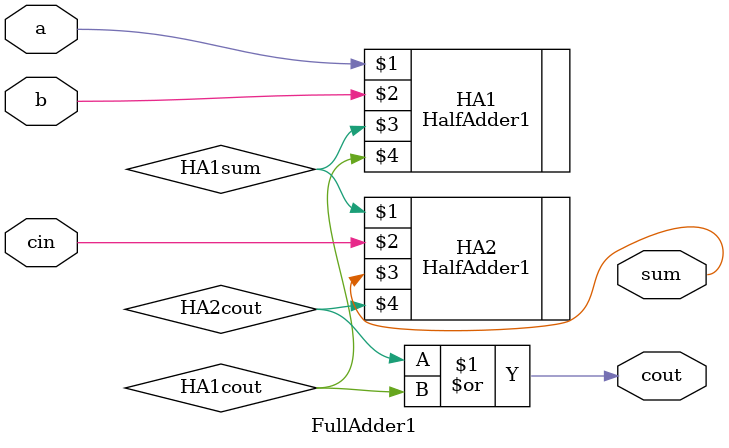
<source format=v>
`timescale 1ns / 1ps
module FullAdder1(
    input a,
    input b,
	input cin,
    output cout,
    output sum
    );
	 
	 wire HA1sum, HA1cout, HA2cout;
	 HalfAdder1 HA1(a,b,HA1sum,HA1cout);
	 HalfAdder1 HA2(HA1sum,cin,sum,HA2cout);
	 or(cout,HA2cout,HA1cout);
	 

endmodule

</source>
